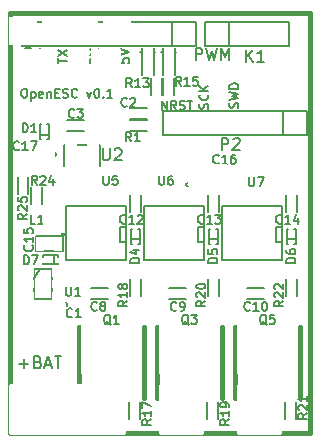
<source format=gto>
G04 (created by PCBNEW-RS274X (2012-01-19 BZR 3256)-stable) date 9/9/2012 2:54:20 PM*
G01*
G70*
G90*
%MOIN*%
G04 Gerber Fmt 3.4, Leading zero omitted, Abs format*
%FSLAX34Y34*%
G04 APERTURE LIST*
%ADD10C,0.001000*%
%ADD11C,0.007500*%
%ADD12C,0.008000*%
%ADD13C,0.015000*%
%ADD14C,0.007900*%
%ADD15C,0.005000*%
%ADD16R,0.052000X0.052000*%
%ADD17R,0.070000X0.070000*%
%ADD18R,0.040000X0.050000*%
%ADD19R,0.055000X0.075000*%
%ADD20R,0.075000X0.055000*%
%ADD21R,0.021700X0.017700*%
%ADD22R,0.017700X0.021700*%
%ADD23R,0.027000X0.047000*%
%ADD24R,0.022000X0.047000*%
%ADD25R,0.041400X0.029600*%
%ADD26R,0.033000X0.033000*%
%ADD27R,0.198900X0.163400*%
%ADD28R,0.021700X0.043300*%
%ADD29R,0.027000X0.022000*%
%ADD30R,0.022000X0.027000*%
%ADD31R,0.102700X0.083000*%
%ADD32R,0.094800X0.094800*%
%ADD33C,0.010000*%
G04 APERTURE END LIST*
G54D10*
G54D11*
X49073Y-44182D02*
X49073Y-43882D01*
X49245Y-44182D01*
X49245Y-43882D01*
X49559Y-44182D02*
X49459Y-44040D01*
X49387Y-44182D02*
X49387Y-43882D01*
X49502Y-43882D01*
X49530Y-43897D01*
X49545Y-43911D01*
X49559Y-43940D01*
X49559Y-43982D01*
X49545Y-44011D01*
X49530Y-44025D01*
X49502Y-44040D01*
X49387Y-44040D01*
X49673Y-44168D02*
X49716Y-44182D01*
X49787Y-44182D01*
X49816Y-44168D01*
X49830Y-44154D01*
X49845Y-44125D01*
X49845Y-44097D01*
X49830Y-44068D01*
X49816Y-44054D01*
X49787Y-44040D01*
X49730Y-44025D01*
X49702Y-44011D01*
X49687Y-43997D01*
X49673Y-43968D01*
X49673Y-43940D01*
X49687Y-43911D01*
X49702Y-43897D01*
X49730Y-43882D01*
X49802Y-43882D01*
X49845Y-43897D01*
X49931Y-43882D02*
X50102Y-43882D01*
X50016Y-44182D02*
X50016Y-43882D01*
X51623Y-44118D02*
X51637Y-44075D01*
X51637Y-44004D01*
X51623Y-43975D01*
X51609Y-43961D01*
X51580Y-43946D01*
X51552Y-43946D01*
X51523Y-43961D01*
X51509Y-43975D01*
X51495Y-44004D01*
X51480Y-44061D01*
X51466Y-44089D01*
X51452Y-44104D01*
X51423Y-44118D01*
X51395Y-44118D01*
X51366Y-44104D01*
X51352Y-44089D01*
X51337Y-44061D01*
X51337Y-43989D01*
X51352Y-43946D01*
X51337Y-43846D02*
X51637Y-43775D01*
X51423Y-43718D01*
X51637Y-43660D01*
X51337Y-43589D01*
X51637Y-43475D02*
X51337Y-43475D01*
X51337Y-43403D01*
X51352Y-43360D01*
X51380Y-43332D01*
X51409Y-43317D01*
X51466Y-43303D01*
X51509Y-43303D01*
X51566Y-43317D01*
X51595Y-43332D01*
X51623Y-43360D01*
X51637Y-43403D01*
X51637Y-43475D01*
X50623Y-44147D02*
X50637Y-44104D01*
X50637Y-44033D01*
X50623Y-44004D01*
X50609Y-43990D01*
X50580Y-43975D01*
X50552Y-43975D01*
X50523Y-43990D01*
X50509Y-44004D01*
X50495Y-44033D01*
X50480Y-44090D01*
X50466Y-44118D01*
X50452Y-44133D01*
X50423Y-44147D01*
X50395Y-44147D01*
X50366Y-44133D01*
X50352Y-44118D01*
X50337Y-44090D01*
X50337Y-44018D01*
X50352Y-43975D01*
X50609Y-43675D02*
X50623Y-43689D01*
X50637Y-43732D01*
X50637Y-43761D01*
X50623Y-43804D01*
X50595Y-43832D01*
X50566Y-43847D01*
X50509Y-43861D01*
X50466Y-43861D01*
X50409Y-43847D01*
X50380Y-43832D01*
X50352Y-43804D01*
X50337Y-43761D01*
X50337Y-43732D01*
X50352Y-43689D01*
X50366Y-43675D01*
X50637Y-43547D02*
X50337Y-43547D01*
X50637Y-43375D02*
X50466Y-43504D01*
X50337Y-43375D02*
X50509Y-43547D01*
X44474Y-43482D02*
X44531Y-43482D01*
X44559Y-43497D01*
X44588Y-43525D01*
X44602Y-43582D01*
X44602Y-43682D01*
X44588Y-43740D01*
X44559Y-43768D01*
X44531Y-43782D01*
X44474Y-43782D01*
X44445Y-43768D01*
X44416Y-43740D01*
X44402Y-43682D01*
X44402Y-43582D01*
X44416Y-43525D01*
X44445Y-43497D01*
X44474Y-43482D01*
X44730Y-43582D02*
X44730Y-43882D01*
X44730Y-43597D02*
X44759Y-43582D01*
X44816Y-43582D01*
X44845Y-43597D01*
X44859Y-43611D01*
X44873Y-43640D01*
X44873Y-43725D01*
X44859Y-43754D01*
X44845Y-43768D01*
X44816Y-43782D01*
X44759Y-43782D01*
X44730Y-43768D01*
X45116Y-43768D02*
X45087Y-43782D01*
X45030Y-43782D01*
X45001Y-43768D01*
X44987Y-43740D01*
X44987Y-43625D01*
X45001Y-43597D01*
X45030Y-43582D01*
X45087Y-43582D01*
X45116Y-43597D01*
X45130Y-43625D01*
X45130Y-43654D01*
X44987Y-43682D01*
X45258Y-43582D02*
X45258Y-43782D01*
X45258Y-43611D02*
X45273Y-43597D01*
X45301Y-43582D01*
X45344Y-43582D01*
X45373Y-43597D01*
X45387Y-43625D01*
X45387Y-43782D01*
X45529Y-43625D02*
X45629Y-43625D01*
X45672Y-43782D02*
X45529Y-43782D01*
X45529Y-43482D01*
X45672Y-43482D01*
X45786Y-43768D02*
X45829Y-43782D01*
X45900Y-43782D01*
X45929Y-43768D01*
X45943Y-43754D01*
X45958Y-43725D01*
X45958Y-43697D01*
X45943Y-43668D01*
X45929Y-43654D01*
X45900Y-43640D01*
X45843Y-43625D01*
X45815Y-43611D01*
X45800Y-43597D01*
X45786Y-43568D01*
X45786Y-43540D01*
X45800Y-43511D01*
X45815Y-43497D01*
X45843Y-43482D01*
X45915Y-43482D01*
X45958Y-43497D01*
X46258Y-43754D02*
X46244Y-43768D01*
X46201Y-43782D01*
X46172Y-43782D01*
X46129Y-43768D01*
X46101Y-43740D01*
X46086Y-43711D01*
X46072Y-43654D01*
X46072Y-43611D01*
X46086Y-43554D01*
X46101Y-43525D01*
X46129Y-43497D01*
X46172Y-43482D01*
X46201Y-43482D01*
X46244Y-43497D01*
X46258Y-43511D01*
X46587Y-43582D02*
X46658Y-43782D01*
X46730Y-43582D01*
X46902Y-43482D02*
X46930Y-43482D01*
X46959Y-43497D01*
X46973Y-43511D01*
X46987Y-43540D01*
X47002Y-43597D01*
X47002Y-43668D01*
X46987Y-43725D01*
X46973Y-43754D01*
X46959Y-43768D01*
X46930Y-43782D01*
X46902Y-43782D01*
X46873Y-43768D01*
X46859Y-43754D01*
X46844Y-43725D01*
X46830Y-43668D01*
X46830Y-43597D01*
X46844Y-43540D01*
X46859Y-43511D01*
X46873Y-43497D01*
X46902Y-43482D01*
X47130Y-43754D02*
X47145Y-43768D01*
X47130Y-43782D01*
X47116Y-43768D01*
X47130Y-43754D01*
X47130Y-43782D01*
X47431Y-43782D02*
X47259Y-43782D01*
X47345Y-43782D02*
X47345Y-43482D01*
X47316Y-43525D01*
X47288Y-43554D01*
X47259Y-43568D01*
X47687Y-42468D02*
X47687Y-42611D01*
X47830Y-42625D01*
X47816Y-42611D01*
X47802Y-42582D01*
X47802Y-42511D01*
X47816Y-42482D01*
X47830Y-42468D01*
X47859Y-42453D01*
X47930Y-42453D01*
X47959Y-42468D01*
X47973Y-42482D01*
X47987Y-42511D01*
X47987Y-42582D01*
X47973Y-42611D01*
X47959Y-42625D01*
X47687Y-42367D02*
X47987Y-42267D01*
X47687Y-42167D01*
X46987Y-42461D02*
X46845Y-42561D01*
X46987Y-42633D02*
X46687Y-42633D01*
X46687Y-42518D01*
X46702Y-42490D01*
X46716Y-42475D01*
X46745Y-42461D01*
X46787Y-42461D01*
X46816Y-42475D01*
X46830Y-42490D01*
X46845Y-42518D01*
X46845Y-42633D01*
X46687Y-42361D02*
X46987Y-42161D01*
X46687Y-42161D02*
X46987Y-42361D01*
X45637Y-42639D02*
X45637Y-42468D01*
X45937Y-42554D02*
X45637Y-42554D01*
X45637Y-42396D02*
X45937Y-42196D01*
X45637Y-42196D02*
X45937Y-42396D01*
G54D12*
X44324Y-52648D02*
X44629Y-52648D01*
X44477Y-52800D02*
X44477Y-52495D01*
X44953Y-52590D02*
X45010Y-52609D01*
X45029Y-52628D01*
X45048Y-52667D01*
X45048Y-52724D01*
X45029Y-52762D01*
X45010Y-52781D01*
X44972Y-52800D01*
X44819Y-52800D01*
X44819Y-52400D01*
X44953Y-52400D01*
X44991Y-52419D01*
X45010Y-52438D01*
X45029Y-52476D01*
X45029Y-52514D01*
X45010Y-52552D01*
X44991Y-52571D01*
X44953Y-52590D01*
X44819Y-52590D01*
X45200Y-52686D02*
X45391Y-52686D01*
X45162Y-52800D02*
X45295Y-52400D01*
X45429Y-52800D01*
X45505Y-52400D02*
X45734Y-52400D01*
X45619Y-52800D02*
X45619Y-52400D01*
X50204Y-42523D02*
X50204Y-42123D01*
X50357Y-42123D01*
X50395Y-42142D01*
X50414Y-42161D01*
X50433Y-42199D01*
X50433Y-42256D01*
X50414Y-42294D01*
X50395Y-42313D01*
X50357Y-42332D01*
X50204Y-42332D01*
X50566Y-42123D02*
X50661Y-42523D01*
X50738Y-42237D01*
X50814Y-42523D01*
X50909Y-42123D01*
X51061Y-42523D02*
X51061Y-42123D01*
X51195Y-42409D01*
X51328Y-42123D01*
X51328Y-42523D01*
G54D13*
X44016Y-40961D02*
X44016Y-54961D01*
X54016Y-40961D02*
X44016Y-40961D01*
X54016Y-54961D02*
X54016Y-40961D01*
X44016Y-54961D02*
X54016Y-54961D01*
G54D14*
X53116Y-45011D02*
X53116Y-44211D01*
X53916Y-45011D02*
X49116Y-45011D01*
X49116Y-45011D02*
X49116Y-44211D01*
X49116Y-44211D02*
X53916Y-44211D01*
X53916Y-44211D02*
X53916Y-45011D01*
X49416Y-42061D02*
X49416Y-41261D01*
X50216Y-42061D02*
X44416Y-42061D01*
X44416Y-42061D02*
X44416Y-41261D01*
X44416Y-41261D02*
X50216Y-41261D01*
X50216Y-41261D02*
X50216Y-42061D01*
X51316Y-41261D02*
X51316Y-42061D01*
X50616Y-41261D02*
X53316Y-41261D01*
X53316Y-41261D02*
X53316Y-42061D01*
X53316Y-42061D02*
X50516Y-42061D01*
X50516Y-42061D02*
X50516Y-41261D01*
X50516Y-41261D02*
X50616Y-41261D01*
G54D15*
X47016Y-45361D02*
X47016Y-46061D01*
X47016Y-46061D02*
X45816Y-46061D01*
X45816Y-46061D02*
X45816Y-45361D01*
X45816Y-45361D02*
X47016Y-45361D01*
X49996Y-46661D02*
X49995Y-46670D01*
X49992Y-46680D01*
X49987Y-46688D01*
X49981Y-46696D01*
X49973Y-46702D01*
X49965Y-46707D01*
X49956Y-46709D01*
X49946Y-46710D01*
X49937Y-46710D01*
X49928Y-46707D01*
X49919Y-46702D01*
X49912Y-46696D01*
X49905Y-46689D01*
X49901Y-46680D01*
X49898Y-46671D01*
X49897Y-46661D01*
X49897Y-46652D01*
X49900Y-46643D01*
X49904Y-46634D01*
X49911Y-46627D01*
X49918Y-46620D01*
X49926Y-46616D01*
X49936Y-46613D01*
X49945Y-46612D01*
X49954Y-46612D01*
X49964Y-46615D01*
X49972Y-46619D01*
X49980Y-46625D01*
X49986Y-46633D01*
X49991Y-46641D01*
X49994Y-46650D01*
X49995Y-46660D01*
X49996Y-46661D01*
X50396Y-46661D02*
X49996Y-46661D01*
X49996Y-46661D02*
X49996Y-46061D01*
X49996Y-46061D02*
X50396Y-46061D01*
X50796Y-46061D02*
X51196Y-46061D01*
X51196Y-46061D02*
X51196Y-46661D01*
X51196Y-46661D02*
X50796Y-46661D01*
X45566Y-45661D02*
X45565Y-45670D01*
X45562Y-45680D01*
X45557Y-45688D01*
X45551Y-45696D01*
X45543Y-45702D01*
X45535Y-45707D01*
X45526Y-45709D01*
X45516Y-45710D01*
X45507Y-45710D01*
X45498Y-45707D01*
X45489Y-45702D01*
X45482Y-45696D01*
X45475Y-45689D01*
X45471Y-45680D01*
X45468Y-45671D01*
X45467Y-45661D01*
X45467Y-45652D01*
X45470Y-45643D01*
X45474Y-45634D01*
X45481Y-45627D01*
X45488Y-45620D01*
X45496Y-45616D01*
X45506Y-45613D01*
X45515Y-45612D01*
X45524Y-45612D01*
X45534Y-45615D01*
X45542Y-45619D01*
X45550Y-45625D01*
X45556Y-45633D01*
X45561Y-45641D01*
X45564Y-45650D01*
X45565Y-45660D01*
X45566Y-45661D01*
X45066Y-45661D02*
X45466Y-45661D01*
X45466Y-45661D02*
X45466Y-46261D01*
X45466Y-46261D02*
X45066Y-46261D01*
X44666Y-46261D02*
X44266Y-46261D01*
X44266Y-46261D02*
X44266Y-45661D01*
X44266Y-45661D02*
X44666Y-45661D01*
X45846Y-48311D02*
X45845Y-48320D01*
X45842Y-48330D01*
X45837Y-48338D01*
X45831Y-48346D01*
X45823Y-48352D01*
X45815Y-48357D01*
X45806Y-48359D01*
X45796Y-48360D01*
X45787Y-48360D01*
X45778Y-48357D01*
X45769Y-48352D01*
X45762Y-48346D01*
X45755Y-48339D01*
X45751Y-48330D01*
X45748Y-48321D01*
X45747Y-48311D01*
X45747Y-48302D01*
X45750Y-48293D01*
X45754Y-48284D01*
X45761Y-48277D01*
X45768Y-48270D01*
X45776Y-48266D01*
X45786Y-48263D01*
X45795Y-48262D01*
X45804Y-48262D01*
X45814Y-48265D01*
X45822Y-48269D01*
X45830Y-48275D01*
X45836Y-48283D01*
X45841Y-48291D01*
X45844Y-48300D01*
X45845Y-48310D01*
X45846Y-48311D01*
X45796Y-47861D02*
X45796Y-48261D01*
X45796Y-48261D02*
X45196Y-48261D01*
X45196Y-48261D02*
X45196Y-47861D01*
X45196Y-47461D02*
X45196Y-47061D01*
X45196Y-47061D02*
X45796Y-47061D01*
X45796Y-47061D02*
X45796Y-47461D01*
X45936Y-50681D02*
X45935Y-50690D01*
X45932Y-50700D01*
X45927Y-50708D01*
X45921Y-50716D01*
X45913Y-50722D01*
X45905Y-50727D01*
X45896Y-50729D01*
X45886Y-50730D01*
X45877Y-50730D01*
X45868Y-50727D01*
X45859Y-50722D01*
X45852Y-50716D01*
X45845Y-50709D01*
X45841Y-50700D01*
X45838Y-50691D01*
X45837Y-50681D01*
X45837Y-50672D01*
X45840Y-50663D01*
X45844Y-50654D01*
X45851Y-50647D01*
X45858Y-50640D01*
X45866Y-50636D01*
X45876Y-50633D01*
X45885Y-50632D01*
X45894Y-50632D01*
X45904Y-50635D01*
X45912Y-50639D01*
X45920Y-50645D01*
X45926Y-50653D01*
X45931Y-50661D01*
X45934Y-50670D01*
X45935Y-50680D01*
X45936Y-50681D01*
X45436Y-50681D02*
X45836Y-50681D01*
X45836Y-50681D02*
X45836Y-51281D01*
X45836Y-51281D02*
X45436Y-51281D01*
X45036Y-51281D02*
X44636Y-51281D01*
X44636Y-51281D02*
X44636Y-50681D01*
X44636Y-50681D02*
X45036Y-50681D01*
G54D14*
X45474Y-49024D02*
X45474Y-49338D01*
X45632Y-49279D02*
X45632Y-49338D01*
X45632Y-49338D02*
X45120Y-49338D01*
X45120Y-49338D02*
X45120Y-49279D01*
X45120Y-49083D02*
X45120Y-49024D01*
X45120Y-49024D02*
X45632Y-49024D01*
X45632Y-49024D02*
X45632Y-49083D01*
X53557Y-48498D02*
X53243Y-48498D01*
X53302Y-48656D02*
X53243Y-48656D01*
X53243Y-48656D02*
X53243Y-48144D01*
X53243Y-48144D02*
X53302Y-48144D01*
X53498Y-48144D02*
X53557Y-48144D01*
X53557Y-48144D02*
X53557Y-48656D01*
X53557Y-48656D02*
X53498Y-48656D01*
X50957Y-48498D02*
X50643Y-48498D01*
X50702Y-48656D02*
X50643Y-48656D01*
X50643Y-48656D02*
X50643Y-48144D01*
X50643Y-48144D02*
X50702Y-48144D01*
X50898Y-48144D02*
X50957Y-48144D01*
X50957Y-48144D02*
X50957Y-48656D01*
X50957Y-48656D02*
X50898Y-48656D01*
X48357Y-48498D02*
X48043Y-48498D01*
X48102Y-48656D02*
X48043Y-48656D01*
X48043Y-48656D02*
X48043Y-48144D01*
X48043Y-48144D02*
X48102Y-48144D01*
X48298Y-48144D02*
X48357Y-48144D01*
X48357Y-48144D02*
X48357Y-48656D01*
X48357Y-48656D02*
X48298Y-48656D01*
X45323Y-45009D02*
X45009Y-45009D01*
X45068Y-45167D02*
X45009Y-45167D01*
X45009Y-45167D02*
X45009Y-44655D01*
X45009Y-44655D02*
X45068Y-44655D01*
X45264Y-44655D02*
X45323Y-44655D01*
X45323Y-44655D02*
X45323Y-45167D01*
X45323Y-45167D02*
X45264Y-45167D01*
G54D15*
X44886Y-48391D02*
X45786Y-48391D01*
X45786Y-48391D02*
X45786Y-48891D01*
X45786Y-48891D02*
X44886Y-48891D01*
X44886Y-48891D02*
X44886Y-48391D01*
X47900Y-49200D02*
X45900Y-49200D01*
X45900Y-49200D02*
X45900Y-47400D01*
X45900Y-47400D02*
X47900Y-47400D01*
X47900Y-47400D02*
X47900Y-49200D01*
X47900Y-48600D02*
X47700Y-48600D01*
X47700Y-48600D02*
X47700Y-48100D01*
X47700Y-48100D02*
X47900Y-48100D01*
X50500Y-49200D02*
X48500Y-49200D01*
X48500Y-49200D02*
X48500Y-47400D01*
X48500Y-47400D02*
X50500Y-47400D01*
X50500Y-47400D02*
X50500Y-49200D01*
X50500Y-48600D02*
X50300Y-48600D01*
X50300Y-48600D02*
X50300Y-48100D01*
X50300Y-48100D02*
X50500Y-48100D01*
X53100Y-49200D02*
X51100Y-49200D01*
X51100Y-49200D02*
X51100Y-47400D01*
X51100Y-47400D02*
X53100Y-47400D01*
X53100Y-47400D02*
X53100Y-49200D01*
X53100Y-48600D02*
X52900Y-48600D01*
X52900Y-48600D02*
X52900Y-48100D01*
X52900Y-48100D02*
X53100Y-48100D01*
X44816Y-49801D02*
X45016Y-49501D01*
X44816Y-50501D02*
X44816Y-49476D01*
X44816Y-49476D02*
X45416Y-49476D01*
X45416Y-49476D02*
X45416Y-50501D01*
X45416Y-50501D02*
X44816Y-50501D01*
G54D11*
X49516Y-42261D02*
X49566Y-42261D01*
X49116Y-42261D02*
X49066Y-42261D01*
X49116Y-42111D02*
X49116Y-43011D01*
X49516Y-43011D02*
X49516Y-42111D01*
X48816Y-42261D02*
X48866Y-42261D01*
X48416Y-42261D02*
X48366Y-42261D01*
X48416Y-42111D02*
X48416Y-43011D01*
X48816Y-43011D02*
X48816Y-42111D01*
G54D13*
X48483Y-51413D02*
X48483Y-53775D01*
X46317Y-51413D02*
X46317Y-53775D01*
X51083Y-51413D02*
X51083Y-53775D01*
X48917Y-51413D02*
X48917Y-53775D01*
X53683Y-51413D02*
X53683Y-53775D01*
X51517Y-51413D02*
X51517Y-53775D01*
G54D11*
X50980Y-47580D02*
X50980Y-47020D01*
X50620Y-47580D02*
X50620Y-47020D01*
X44636Y-46981D02*
X44636Y-46421D01*
X44276Y-46981D02*
X44276Y-46421D01*
X45076Y-47321D02*
X45076Y-46761D01*
X44716Y-47321D02*
X44716Y-46761D01*
X48036Y-44491D02*
X48596Y-44491D01*
X48036Y-44131D02*
X48596Y-44131D01*
X49136Y-43131D02*
X49136Y-43691D01*
X49496Y-43131D02*
X49496Y-43691D01*
X48736Y-43131D02*
X48736Y-43691D01*
X49096Y-43131D02*
X49096Y-43691D01*
X48036Y-44891D02*
X48596Y-44891D01*
X48036Y-44531D02*
X48596Y-44531D01*
X53580Y-47580D02*
X53580Y-47020D01*
X53220Y-47580D02*
X53220Y-47020D01*
X48380Y-47580D02*
X48380Y-47020D01*
X48020Y-47580D02*
X48020Y-47020D01*
X53580Y-50380D02*
X53580Y-49820D01*
X53220Y-50380D02*
X53220Y-49820D01*
X53186Y-53931D02*
X53186Y-54491D01*
X53546Y-53931D02*
X53546Y-54491D01*
X50980Y-50380D02*
X50980Y-49820D01*
X50620Y-50380D02*
X50620Y-49820D01*
X50586Y-53931D02*
X50586Y-54491D01*
X50946Y-53931D02*
X50946Y-54491D01*
X48380Y-50380D02*
X48380Y-49820D01*
X48020Y-50380D02*
X48020Y-49820D01*
X47986Y-53931D02*
X47986Y-54491D01*
X48346Y-53931D02*
X48346Y-54491D01*
X45936Y-44891D02*
X46496Y-44891D01*
X45936Y-44531D02*
X46496Y-44531D01*
X47280Y-50120D02*
X46720Y-50120D01*
X47280Y-50480D02*
X46720Y-50480D01*
X49880Y-50120D02*
X49320Y-50120D01*
X49880Y-50480D02*
X49320Y-50480D01*
X52480Y-50120D02*
X51920Y-50120D01*
X52480Y-50480D02*
X51920Y-50480D01*
G54D12*
X51071Y-45523D02*
X51071Y-45123D01*
X51224Y-45123D01*
X51262Y-45142D01*
X51281Y-45161D01*
X51300Y-45199D01*
X51300Y-45256D01*
X51281Y-45294D01*
X51262Y-45313D01*
X51224Y-45332D01*
X51071Y-45332D01*
X51452Y-45161D02*
X51471Y-45142D01*
X51509Y-45123D01*
X51605Y-45123D01*
X51643Y-45142D01*
X51662Y-45161D01*
X51681Y-45199D01*
X51681Y-45237D01*
X51662Y-45294D01*
X51433Y-45523D01*
X51681Y-45523D01*
X44521Y-42523D02*
X44521Y-42123D01*
X44674Y-42123D01*
X44712Y-42142D01*
X44731Y-42161D01*
X44750Y-42199D01*
X44750Y-42256D01*
X44731Y-42294D01*
X44712Y-42313D01*
X44674Y-42332D01*
X44521Y-42332D01*
X45131Y-42523D02*
X44902Y-42523D01*
X45016Y-42523D02*
X45016Y-42123D01*
X44978Y-42180D01*
X44940Y-42218D01*
X44902Y-42237D01*
X51887Y-42586D02*
X51887Y-42186D01*
X52116Y-42586D02*
X51944Y-42357D01*
X52116Y-42186D02*
X51887Y-42414D01*
X52497Y-42586D02*
X52268Y-42586D01*
X52382Y-42586D02*
X52382Y-42186D01*
X52344Y-42243D01*
X52306Y-42281D01*
X52268Y-42300D01*
X47111Y-45473D02*
X47111Y-45797D01*
X47130Y-45835D01*
X47149Y-45854D01*
X47187Y-45873D01*
X47264Y-45873D01*
X47302Y-45854D01*
X47321Y-45835D01*
X47340Y-45797D01*
X47340Y-45473D01*
X47511Y-45511D02*
X47530Y-45492D01*
X47568Y-45473D01*
X47664Y-45473D01*
X47702Y-45492D01*
X47721Y-45511D01*
X47740Y-45549D01*
X47740Y-45587D01*
X47721Y-45644D01*
X47492Y-45873D01*
X47740Y-45873D01*
G54D11*
X50973Y-45954D02*
X50959Y-45968D01*
X50916Y-45982D01*
X50887Y-45982D01*
X50844Y-45968D01*
X50816Y-45940D01*
X50801Y-45911D01*
X50787Y-45854D01*
X50787Y-45811D01*
X50801Y-45754D01*
X50816Y-45725D01*
X50844Y-45697D01*
X50887Y-45682D01*
X50916Y-45682D01*
X50959Y-45697D01*
X50973Y-45711D01*
X51259Y-45982D02*
X51087Y-45982D01*
X51173Y-45982D02*
X51173Y-45682D01*
X51144Y-45725D01*
X51116Y-45754D01*
X51087Y-45768D01*
X51516Y-45682D02*
X51459Y-45682D01*
X51430Y-45697D01*
X51416Y-45711D01*
X51387Y-45754D01*
X51373Y-45811D01*
X51373Y-45925D01*
X51387Y-45954D01*
X51402Y-45968D01*
X51430Y-45982D01*
X51487Y-45982D01*
X51516Y-45968D01*
X51530Y-45954D01*
X51545Y-45925D01*
X51545Y-45854D01*
X51530Y-45825D01*
X51516Y-45811D01*
X51487Y-45797D01*
X51430Y-45797D01*
X51402Y-45811D01*
X51387Y-45825D01*
X51373Y-45854D01*
X44323Y-45504D02*
X44309Y-45518D01*
X44266Y-45532D01*
X44237Y-45532D01*
X44194Y-45518D01*
X44166Y-45490D01*
X44151Y-45461D01*
X44137Y-45404D01*
X44137Y-45361D01*
X44151Y-45304D01*
X44166Y-45275D01*
X44194Y-45247D01*
X44237Y-45232D01*
X44266Y-45232D01*
X44309Y-45247D01*
X44323Y-45261D01*
X44609Y-45532D02*
X44437Y-45532D01*
X44523Y-45532D02*
X44523Y-45232D01*
X44494Y-45275D01*
X44466Y-45304D01*
X44437Y-45318D01*
X44709Y-45232D02*
X44909Y-45232D01*
X44780Y-45532D01*
X44866Y-47982D02*
X44723Y-47982D01*
X44723Y-47682D01*
X45124Y-47982D02*
X44952Y-47982D01*
X45038Y-47982D02*
X45038Y-47682D01*
X45009Y-47725D01*
X44981Y-47754D01*
X44952Y-47768D01*
X46092Y-51074D02*
X46078Y-51088D01*
X46035Y-51102D01*
X46006Y-51102D01*
X45963Y-51088D01*
X45935Y-51060D01*
X45920Y-51031D01*
X45906Y-50974D01*
X45906Y-50931D01*
X45920Y-50874D01*
X45935Y-50845D01*
X45963Y-50817D01*
X46006Y-50802D01*
X46035Y-50802D01*
X46078Y-50817D01*
X46092Y-50831D01*
X46378Y-51102D02*
X46206Y-51102D01*
X46292Y-51102D02*
X46292Y-50802D01*
X46263Y-50845D01*
X46235Y-50874D01*
X46206Y-50888D01*
X44494Y-49332D02*
X44494Y-49032D01*
X44566Y-49032D01*
X44609Y-49047D01*
X44637Y-49075D01*
X44652Y-49104D01*
X44666Y-49161D01*
X44666Y-49204D01*
X44652Y-49261D01*
X44637Y-49290D01*
X44609Y-49318D01*
X44566Y-49332D01*
X44494Y-49332D01*
X44766Y-49032D02*
X44966Y-49032D01*
X44837Y-49332D01*
X53537Y-49283D02*
X53237Y-49283D01*
X53237Y-49211D01*
X53252Y-49168D01*
X53280Y-49140D01*
X53309Y-49125D01*
X53366Y-49111D01*
X53409Y-49111D01*
X53466Y-49125D01*
X53495Y-49140D01*
X53523Y-49168D01*
X53537Y-49211D01*
X53537Y-49283D01*
X53237Y-48854D02*
X53237Y-48911D01*
X53252Y-48940D01*
X53266Y-48954D01*
X53309Y-48983D01*
X53366Y-48997D01*
X53480Y-48997D01*
X53509Y-48983D01*
X53523Y-48968D01*
X53537Y-48940D01*
X53537Y-48883D01*
X53523Y-48854D01*
X53509Y-48840D01*
X53480Y-48825D01*
X53409Y-48825D01*
X53380Y-48840D01*
X53366Y-48854D01*
X53352Y-48883D01*
X53352Y-48940D01*
X53366Y-48968D01*
X53380Y-48983D01*
X53409Y-48997D01*
X50937Y-49283D02*
X50637Y-49283D01*
X50637Y-49211D01*
X50652Y-49168D01*
X50680Y-49140D01*
X50709Y-49125D01*
X50766Y-49111D01*
X50809Y-49111D01*
X50866Y-49125D01*
X50895Y-49140D01*
X50923Y-49168D01*
X50937Y-49211D01*
X50937Y-49283D01*
X50637Y-48840D02*
X50637Y-48983D01*
X50780Y-48997D01*
X50766Y-48983D01*
X50752Y-48954D01*
X50752Y-48883D01*
X50766Y-48854D01*
X50780Y-48840D01*
X50809Y-48825D01*
X50880Y-48825D01*
X50909Y-48840D01*
X50923Y-48854D01*
X50937Y-48883D01*
X50937Y-48954D01*
X50923Y-48983D01*
X50909Y-48997D01*
X48337Y-49283D02*
X48037Y-49283D01*
X48037Y-49211D01*
X48052Y-49168D01*
X48080Y-49140D01*
X48109Y-49125D01*
X48166Y-49111D01*
X48209Y-49111D01*
X48266Y-49125D01*
X48295Y-49140D01*
X48323Y-49168D01*
X48337Y-49211D01*
X48337Y-49283D01*
X48137Y-48854D02*
X48337Y-48854D01*
X48023Y-48925D02*
X48237Y-48997D01*
X48237Y-48811D01*
X44444Y-44932D02*
X44444Y-44632D01*
X44516Y-44632D01*
X44559Y-44647D01*
X44587Y-44675D01*
X44602Y-44704D01*
X44616Y-44761D01*
X44616Y-44804D01*
X44602Y-44861D01*
X44587Y-44890D01*
X44559Y-44918D01*
X44516Y-44932D01*
X44444Y-44932D01*
X44902Y-44932D02*
X44730Y-44932D01*
X44816Y-44932D02*
X44816Y-44632D01*
X44787Y-44675D01*
X44759Y-44704D01*
X44730Y-44718D01*
X44759Y-48704D02*
X44773Y-48718D01*
X44787Y-48761D01*
X44787Y-48790D01*
X44773Y-48833D01*
X44745Y-48861D01*
X44716Y-48876D01*
X44659Y-48890D01*
X44616Y-48890D01*
X44559Y-48876D01*
X44530Y-48861D01*
X44502Y-48833D01*
X44487Y-48790D01*
X44487Y-48761D01*
X44502Y-48718D01*
X44516Y-48704D01*
X44787Y-48418D02*
X44787Y-48590D01*
X44787Y-48504D02*
X44487Y-48504D01*
X44530Y-48533D01*
X44559Y-48561D01*
X44573Y-48590D01*
X44487Y-48147D02*
X44487Y-48290D01*
X44630Y-48304D01*
X44616Y-48290D01*
X44602Y-48261D01*
X44602Y-48190D01*
X44616Y-48161D01*
X44630Y-48147D01*
X44659Y-48132D01*
X44730Y-48132D01*
X44759Y-48147D01*
X44773Y-48161D01*
X44787Y-48190D01*
X44787Y-48261D01*
X44773Y-48290D01*
X44759Y-48304D01*
X47137Y-46382D02*
X47137Y-46625D01*
X47152Y-46654D01*
X47166Y-46668D01*
X47195Y-46682D01*
X47252Y-46682D01*
X47280Y-46668D01*
X47295Y-46654D01*
X47309Y-46625D01*
X47309Y-46382D01*
X47594Y-46382D02*
X47451Y-46382D01*
X47437Y-46525D01*
X47451Y-46511D01*
X47480Y-46497D01*
X47551Y-46497D01*
X47580Y-46511D01*
X47594Y-46525D01*
X47609Y-46554D01*
X47609Y-46625D01*
X47594Y-46654D01*
X47580Y-46668D01*
X47551Y-46682D01*
X47480Y-46682D01*
X47451Y-46668D01*
X47437Y-46654D01*
X48987Y-46382D02*
X48987Y-46625D01*
X49002Y-46654D01*
X49016Y-46668D01*
X49045Y-46682D01*
X49102Y-46682D01*
X49130Y-46668D01*
X49145Y-46654D01*
X49159Y-46625D01*
X49159Y-46382D01*
X49430Y-46382D02*
X49373Y-46382D01*
X49344Y-46397D01*
X49330Y-46411D01*
X49301Y-46454D01*
X49287Y-46511D01*
X49287Y-46625D01*
X49301Y-46654D01*
X49316Y-46668D01*
X49344Y-46682D01*
X49401Y-46682D01*
X49430Y-46668D01*
X49444Y-46654D01*
X49459Y-46625D01*
X49459Y-46554D01*
X49444Y-46525D01*
X49430Y-46511D01*
X49401Y-46497D01*
X49344Y-46497D01*
X49316Y-46511D01*
X49301Y-46525D01*
X49287Y-46554D01*
X51987Y-46432D02*
X51987Y-46675D01*
X52002Y-46704D01*
X52016Y-46718D01*
X52045Y-46732D01*
X52102Y-46732D01*
X52130Y-46718D01*
X52145Y-46704D01*
X52159Y-46675D01*
X52159Y-46432D01*
X52273Y-46432D02*
X52473Y-46432D01*
X52344Y-46732D01*
X45887Y-50082D02*
X45887Y-50325D01*
X45902Y-50354D01*
X45916Y-50368D01*
X45945Y-50382D01*
X46002Y-50382D01*
X46030Y-50368D01*
X46045Y-50354D01*
X46059Y-50325D01*
X46059Y-50082D01*
X46359Y-50382D02*
X46187Y-50382D01*
X46273Y-50382D02*
X46273Y-50082D01*
X46244Y-50125D01*
X46216Y-50154D01*
X46187Y-50168D01*
X47371Y-51350D02*
X47343Y-51336D01*
X47314Y-51307D01*
X47271Y-51264D01*
X47243Y-51250D01*
X47214Y-51250D01*
X47229Y-51321D02*
X47200Y-51307D01*
X47171Y-51279D01*
X47157Y-51221D01*
X47157Y-51121D01*
X47171Y-51064D01*
X47200Y-51036D01*
X47229Y-51021D01*
X47286Y-51021D01*
X47314Y-51036D01*
X47343Y-51064D01*
X47357Y-51121D01*
X47357Y-51221D01*
X47343Y-51279D01*
X47314Y-51307D01*
X47286Y-51321D01*
X47229Y-51321D01*
X47643Y-51321D02*
X47471Y-51321D01*
X47557Y-51321D02*
X47557Y-51021D01*
X47528Y-51064D01*
X47500Y-51093D01*
X47471Y-51107D01*
X49971Y-51350D02*
X49943Y-51336D01*
X49914Y-51307D01*
X49871Y-51264D01*
X49843Y-51250D01*
X49814Y-51250D01*
X49829Y-51321D02*
X49800Y-51307D01*
X49771Y-51279D01*
X49757Y-51221D01*
X49757Y-51121D01*
X49771Y-51064D01*
X49800Y-51036D01*
X49829Y-51021D01*
X49886Y-51021D01*
X49914Y-51036D01*
X49943Y-51064D01*
X49957Y-51121D01*
X49957Y-51221D01*
X49943Y-51279D01*
X49914Y-51307D01*
X49886Y-51321D01*
X49829Y-51321D01*
X50057Y-51021D02*
X50243Y-51021D01*
X50143Y-51136D01*
X50185Y-51136D01*
X50214Y-51150D01*
X50228Y-51164D01*
X50243Y-51193D01*
X50243Y-51264D01*
X50228Y-51293D01*
X50214Y-51307D01*
X50185Y-51321D01*
X50100Y-51321D01*
X50071Y-51307D01*
X50057Y-51293D01*
X52571Y-51350D02*
X52543Y-51336D01*
X52514Y-51307D01*
X52471Y-51264D01*
X52443Y-51250D01*
X52414Y-51250D01*
X52429Y-51321D02*
X52400Y-51307D01*
X52371Y-51279D01*
X52357Y-51221D01*
X52357Y-51121D01*
X52371Y-51064D01*
X52400Y-51036D01*
X52429Y-51021D01*
X52486Y-51021D01*
X52514Y-51036D01*
X52543Y-51064D01*
X52557Y-51121D01*
X52557Y-51221D01*
X52543Y-51279D01*
X52514Y-51307D01*
X52486Y-51321D01*
X52429Y-51321D01*
X52828Y-51021D02*
X52685Y-51021D01*
X52671Y-51164D01*
X52685Y-51150D01*
X52714Y-51136D01*
X52785Y-51136D01*
X52814Y-51150D01*
X52828Y-51164D01*
X52843Y-51193D01*
X52843Y-51264D01*
X52828Y-51293D01*
X52814Y-51307D01*
X52785Y-51321D01*
X52714Y-51321D01*
X52685Y-51307D01*
X52671Y-51293D01*
X50473Y-47954D02*
X50459Y-47968D01*
X50416Y-47982D01*
X50387Y-47982D01*
X50344Y-47968D01*
X50316Y-47940D01*
X50301Y-47911D01*
X50287Y-47854D01*
X50287Y-47811D01*
X50301Y-47754D01*
X50316Y-47725D01*
X50344Y-47697D01*
X50387Y-47682D01*
X50416Y-47682D01*
X50459Y-47697D01*
X50473Y-47711D01*
X50759Y-47982D02*
X50587Y-47982D01*
X50673Y-47982D02*
X50673Y-47682D01*
X50644Y-47725D01*
X50616Y-47754D01*
X50587Y-47768D01*
X50859Y-47682D02*
X51045Y-47682D01*
X50945Y-47797D01*
X50987Y-47797D01*
X51016Y-47811D01*
X51030Y-47825D01*
X51045Y-47854D01*
X51045Y-47925D01*
X51030Y-47954D01*
X51016Y-47968D01*
X50987Y-47982D01*
X50902Y-47982D01*
X50873Y-47968D01*
X50859Y-47954D01*
X44587Y-47654D02*
X44445Y-47754D01*
X44587Y-47826D02*
X44287Y-47826D01*
X44287Y-47711D01*
X44302Y-47683D01*
X44316Y-47668D01*
X44345Y-47654D01*
X44387Y-47654D01*
X44416Y-47668D01*
X44430Y-47683D01*
X44445Y-47711D01*
X44445Y-47826D01*
X44316Y-47540D02*
X44302Y-47526D01*
X44287Y-47497D01*
X44287Y-47426D01*
X44302Y-47397D01*
X44316Y-47383D01*
X44345Y-47368D01*
X44373Y-47368D01*
X44416Y-47383D01*
X44587Y-47554D01*
X44587Y-47368D01*
X44287Y-47097D02*
X44287Y-47240D01*
X44430Y-47254D01*
X44416Y-47240D01*
X44402Y-47211D01*
X44402Y-47140D01*
X44416Y-47111D01*
X44430Y-47097D01*
X44459Y-47082D01*
X44530Y-47082D01*
X44559Y-47097D01*
X44573Y-47111D01*
X44587Y-47140D01*
X44587Y-47211D01*
X44573Y-47240D01*
X44559Y-47254D01*
X44923Y-46682D02*
X44823Y-46540D01*
X44751Y-46682D02*
X44751Y-46382D01*
X44866Y-46382D01*
X44894Y-46397D01*
X44909Y-46411D01*
X44923Y-46440D01*
X44923Y-46482D01*
X44909Y-46511D01*
X44894Y-46525D01*
X44866Y-46540D01*
X44751Y-46540D01*
X45037Y-46411D02*
X45051Y-46397D01*
X45080Y-46382D01*
X45151Y-46382D01*
X45180Y-46397D01*
X45194Y-46411D01*
X45209Y-46440D01*
X45209Y-46468D01*
X45194Y-46511D01*
X45023Y-46682D01*
X45209Y-46682D01*
X45466Y-46482D02*
X45466Y-46682D01*
X45395Y-46368D02*
X45323Y-46582D01*
X45509Y-46582D01*
X47916Y-44054D02*
X47902Y-44068D01*
X47859Y-44082D01*
X47830Y-44082D01*
X47787Y-44068D01*
X47759Y-44040D01*
X47744Y-44011D01*
X47730Y-43954D01*
X47730Y-43911D01*
X47744Y-43854D01*
X47759Y-43825D01*
X47787Y-43797D01*
X47830Y-43782D01*
X47859Y-43782D01*
X47902Y-43797D01*
X47916Y-43811D01*
X48030Y-43811D02*
X48044Y-43797D01*
X48073Y-43782D01*
X48144Y-43782D01*
X48173Y-43797D01*
X48187Y-43811D01*
X48202Y-43840D01*
X48202Y-43868D01*
X48187Y-43911D01*
X48016Y-44082D01*
X48202Y-44082D01*
X49723Y-43382D02*
X49623Y-43240D01*
X49551Y-43382D02*
X49551Y-43082D01*
X49666Y-43082D01*
X49694Y-43097D01*
X49709Y-43111D01*
X49723Y-43140D01*
X49723Y-43182D01*
X49709Y-43211D01*
X49694Y-43225D01*
X49666Y-43240D01*
X49551Y-43240D01*
X50009Y-43382D02*
X49837Y-43382D01*
X49923Y-43382D02*
X49923Y-43082D01*
X49894Y-43125D01*
X49866Y-43154D01*
X49837Y-43168D01*
X50280Y-43082D02*
X50137Y-43082D01*
X50123Y-43225D01*
X50137Y-43211D01*
X50166Y-43197D01*
X50237Y-43197D01*
X50266Y-43211D01*
X50280Y-43225D01*
X50295Y-43254D01*
X50295Y-43325D01*
X50280Y-43354D01*
X50266Y-43368D01*
X50237Y-43382D01*
X50166Y-43382D01*
X50137Y-43368D01*
X50123Y-43354D01*
X48073Y-43432D02*
X47973Y-43290D01*
X47901Y-43432D02*
X47901Y-43132D01*
X48016Y-43132D01*
X48044Y-43147D01*
X48059Y-43161D01*
X48073Y-43190D01*
X48073Y-43232D01*
X48059Y-43261D01*
X48044Y-43275D01*
X48016Y-43290D01*
X47901Y-43290D01*
X48359Y-43432D02*
X48187Y-43432D01*
X48273Y-43432D02*
X48273Y-43132D01*
X48244Y-43175D01*
X48216Y-43204D01*
X48187Y-43218D01*
X48459Y-43132D02*
X48645Y-43132D01*
X48545Y-43247D01*
X48587Y-43247D01*
X48616Y-43261D01*
X48630Y-43275D01*
X48645Y-43304D01*
X48645Y-43375D01*
X48630Y-43404D01*
X48616Y-43418D01*
X48587Y-43432D01*
X48502Y-43432D01*
X48473Y-43418D01*
X48459Y-43404D01*
X48066Y-45232D02*
X47966Y-45090D01*
X47894Y-45232D02*
X47894Y-44932D01*
X48009Y-44932D01*
X48037Y-44947D01*
X48052Y-44961D01*
X48066Y-44990D01*
X48066Y-45032D01*
X48052Y-45061D01*
X48037Y-45075D01*
X48009Y-45090D01*
X47894Y-45090D01*
X48352Y-45232D02*
X48180Y-45232D01*
X48266Y-45232D02*
X48266Y-44932D01*
X48237Y-44975D01*
X48209Y-45004D01*
X48180Y-45018D01*
X53073Y-47954D02*
X53059Y-47968D01*
X53016Y-47982D01*
X52987Y-47982D01*
X52944Y-47968D01*
X52916Y-47940D01*
X52901Y-47911D01*
X52887Y-47854D01*
X52887Y-47811D01*
X52901Y-47754D01*
X52916Y-47725D01*
X52944Y-47697D01*
X52987Y-47682D01*
X53016Y-47682D01*
X53059Y-47697D01*
X53073Y-47711D01*
X53359Y-47982D02*
X53187Y-47982D01*
X53273Y-47982D02*
X53273Y-47682D01*
X53244Y-47725D01*
X53216Y-47754D01*
X53187Y-47768D01*
X53616Y-47782D02*
X53616Y-47982D01*
X53545Y-47668D02*
X53473Y-47882D01*
X53659Y-47882D01*
X47873Y-47954D02*
X47859Y-47968D01*
X47816Y-47982D01*
X47787Y-47982D01*
X47744Y-47968D01*
X47716Y-47940D01*
X47701Y-47911D01*
X47687Y-47854D01*
X47687Y-47811D01*
X47701Y-47754D01*
X47716Y-47725D01*
X47744Y-47697D01*
X47787Y-47682D01*
X47816Y-47682D01*
X47859Y-47697D01*
X47873Y-47711D01*
X48159Y-47982D02*
X47987Y-47982D01*
X48073Y-47982D02*
X48073Y-47682D01*
X48044Y-47725D01*
X48016Y-47754D01*
X47987Y-47768D01*
X48273Y-47711D02*
X48287Y-47697D01*
X48316Y-47682D01*
X48387Y-47682D01*
X48416Y-47697D01*
X48430Y-47711D01*
X48445Y-47740D01*
X48445Y-47768D01*
X48430Y-47811D01*
X48259Y-47982D01*
X48445Y-47982D01*
X53137Y-50554D02*
X52995Y-50654D01*
X53137Y-50726D02*
X52837Y-50726D01*
X52837Y-50611D01*
X52852Y-50583D01*
X52866Y-50568D01*
X52895Y-50554D01*
X52937Y-50554D01*
X52966Y-50568D01*
X52980Y-50583D01*
X52995Y-50611D01*
X52995Y-50726D01*
X52866Y-50440D02*
X52852Y-50426D01*
X52837Y-50397D01*
X52837Y-50326D01*
X52852Y-50297D01*
X52866Y-50283D01*
X52895Y-50268D01*
X52923Y-50268D01*
X52966Y-50283D01*
X53137Y-50454D01*
X53137Y-50268D01*
X52866Y-50154D02*
X52852Y-50140D01*
X52837Y-50111D01*
X52837Y-50040D01*
X52852Y-50011D01*
X52866Y-49997D01*
X52895Y-49982D01*
X52923Y-49982D01*
X52966Y-49997D01*
X53137Y-50168D01*
X53137Y-49982D01*
X53937Y-54304D02*
X53795Y-54404D01*
X53937Y-54476D02*
X53637Y-54476D01*
X53637Y-54361D01*
X53652Y-54333D01*
X53666Y-54318D01*
X53695Y-54304D01*
X53737Y-54304D01*
X53766Y-54318D01*
X53780Y-54333D01*
X53795Y-54361D01*
X53795Y-54476D01*
X53666Y-54190D02*
X53652Y-54176D01*
X53637Y-54147D01*
X53637Y-54076D01*
X53652Y-54047D01*
X53666Y-54033D01*
X53695Y-54018D01*
X53723Y-54018D01*
X53766Y-54033D01*
X53937Y-54204D01*
X53937Y-54018D01*
X53937Y-53732D02*
X53937Y-53904D01*
X53937Y-53818D02*
X53637Y-53818D01*
X53680Y-53847D01*
X53709Y-53875D01*
X53723Y-53904D01*
X50537Y-50554D02*
X50395Y-50654D01*
X50537Y-50726D02*
X50237Y-50726D01*
X50237Y-50611D01*
X50252Y-50583D01*
X50266Y-50568D01*
X50295Y-50554D01*
X50337Y-50554D01*
X50366Y-50568D01*
X50380Y-50583D01*
X50395Y-50611D01*
X50395Y-50726D01*
X50266Y-50440D02*
X50252Y-50426D01*
X50237Y-50397D01*
X50237Y-50326D01*
X50252Y-50297D01*
X50266Y-50283D01*
X50295Y-50268D01*
X50323Y-50268D01*
X50366Y-50283D01*
X50537Y-50454D01*
X50537Y-50268D01*
X50237Y-50082D02*
X50237Y-50054D01*
X50252Y-50025D01*
X50266Y-50011D01*
X50295Y-49997D01*
X50352Y-49982D01*
X50423Y-49982D01*
X50480Y-49997D01*
X50509Y-50011D01*
X50523Y-50025D01*
X50537Y-50054D01*
X50537Y-50082D01*
X50523Y-50111D01*
X50509Y-50125D01*
X50480Y-50140D01*
X50423Y-50154D01*
X50352Y-50154D01*
X50295Y-50140D01*
X50266Y-50125D01*
X50252Y-50111D01*
X50237Y-50082D01*
X51337Y-54504D02*
X51195Y-54604D01*
X51337Y-54676D02*
X51037Y-54676D01*
X51037Y-54561D01*
X51052Y-54533D01*
X51066Y-54518D01*
X51095Y-54504D01*
X51137Y-54504D01*
X51166Y-54518D01*
X51180Y-54533D01*
X51195Y-54561D01*
X51195Y-54676D01*
X51337Y-54218D02*
X51337Y-54390D01*
X51337Y-54304D02*
X51037Y-54304D01*
X51080Y-54333D01*
X51109Y-54361D01*
X51123Y-54390D01*
X51337Y-54075D02*
X51337Y-54018D01*
X51323Y-53990D01*
X51309Y-53975D01*
X51266Y-53947D01*
X51209Y-53932D01*
X51095Y-53932D01*
X51066Y-53947D01*
X51052Y-53961D01*
X51037Y-53990D01*
X51037Y-54047D01*
X51052Y-54075D01*
X51066Y-54090D01*
X51095Y-54104D01*
X51166Y-54104D01*
X51195Y-54090D01*
X51209Y-54075D01*
X51223Y-54047D01*
X51223Y-53990D01*
X51209Y-53961D01*
X51195Y-53947D01*
X51166Y-53932D01*
X47937Y-50554D02*
X47795Y-50654D01*
X47937Y-50726D02*
X47637Y-50726D01*
X47637Y-50611D01*
X47652Y-50583D01*
X47666Y-50568D01*
X47695Y-50554D01*
X47737Y-50554D01*
X47766Y-50568D01*
X47780Y-50583D01*
X47795Y-50611D01*
X47795Y-50726D01*
X47937Y-50268D02*
X47937Y-50440D01*
X47937Y-50354D02*
X47637Y-50354D01*
X47680Y-50383D01*
X47709Y-50411D01*
X47723Y-50440D01*
X47766Y-50097D02*
X47752Y-50125D01*
X47737Y-50140D01*
X47709Y-50154D01*
X47695Y-50154D01*
X47666Y-50140D01*
X47652Y-50125D01*
X47637Y-50097D01*
X47637Y-50040D01*
X47652Y-50011D01*
X47666Y-49997D01*
X47695Y-49982D01*
X47709Y-49982D01*
X47737Y-49997D01*
X47752Y-50011D01*
X47766Y-50040D01*
X47766Y-50097D01*
X47780Y-50125D01*
X47795Y-50140D01*
X47823Y-50154D01*
X47880Y-50154D01*
X47909Y-50140D01*
X47923Y-50125D01*
X47937Y-50097D01*
X47937Y-50040D01*
X47923Y-50011D01*
X47909Y-49997D01*
X47880Y-49982D01*
X47823Y-49982D01*
X47795Y-49997D01*
X47780Y-50011D01*
X47766Y-50040D01*
X48737Y-54504D02*
X48595Y-54604D01*
X48737Y-54676D02*
X48437Y-54676D01*
X48437Y-54561D01*
X48452Y-54533D01*
X48466Y-54518D01*
X48495Y-54504D01*
X48537Y-54504D01*
X48566Y-54518D01*
X48580Y-54533D01*
X48595Y-54561D01*
X48595Y-54676D01*
X48737Y-54218D02*
X48737Y-54390D01*
X48737Y-54304D02*
X48437Y-54304D01*
X48480Y-54333D01*
X48509Y-54361D01*
X48523Y-54390D01*
X48437Y-54118D02*
X48437Y-53918D01*
X48737Y-54047D01*
X46166Y-44424D02*
X46152Y-44438D01*
X46109Y-44452D01*
X46080Y-44452D01*
X46037Y-44438D01*
X46009Y-44410D01*
X45994Y-44381D01*
X45980Y-44324D01*
X45980Y-44281D01*
X45994Y-44224D01*
X46009Y-44195D01*
X46037Y-44167D01*
X46080Y-44152D01*
X46109Y-44152D01*
X46152Y-44167D01*
X46166Y-44181D01*
X46266Y-44152D02*
X46452Y-44152D01*
X46352Y-44267D01*
X46394Y-44267D01*
X46423Y-44281D01*
X46437Y-44295D01*
X46452Y-44324D01*
X46452Y-44395D01*
X46437Y-44424D01*
X46423Y-44438D01*
X46394Y-44452D01*
X46309Y-44452D01*
X46280Y-44438D01*
X46266Y-44424D01*
X46916Y-50854D02*
X46902Y-50868D01*
X46859Y-50882D01*
X46830Y-50882D01*
X46787Y-50868D01*
X46759Y-50840D01*
X46744Y-50811D01*
X46730Y-50754D01*
X46730Y-50711D01*
X46744Y-50654D01*
X46759Y-50625D01*
X46787Y-50597D01*
X46830Y-50582D01*
X46859Y-50582D01*
X46902Y-50597D01*
X46916Y-50611D01*
X47087Y-50711D02*
X47059Y-50697D01*
X47044Y-50682D01*
X47030Y-50654D01*
X47030Y-50640D01*
X47044Y-50611D01*
X47059Y-50597D01*
X47087Y-50582D01*
X47144Y-50582D01*
X47173Y-50597D01*
X47187Y-50611D01*
X47202Y-50640D01*
X47202Y-50654D01*
X47187Y-50682D01*
X47173Y-50697D01*
X47144Y-50711D01*
X47087Y-50711D01*
X47059Y-50725D01*
X47044Y-50740D01*
X47030Y-50768D01*
X47030Y-50825D01*
X47044Y-50854D01*
X47059Y-50868D01*
X47087Y-50882D01*
X47144Y-50882D01*
X47173Y-50868D01*
X47187Y-50854D01*
X47202Y-50825D01*
X47202Y-50768D01*
X47187Y-50740D01*
X47173Y-50725D01*
X47144Y-50711D01*
X49566Y-50854D02*
X49552Y-50868D01*
X49509Y-50882D01*
X49480Y-50882D01*
X49437Y-50868D01*
X49409Y-50840D01*
X49394Y-50811D01*
X49380Y-50754D01*
X49380Y-50711D01*
X49394Y-50654D01*
X49409Y-50625D01*
X49437Y-50597D01*
X49480Y-50582D01*
X49509Y-50582D01*
X49552Y-50597D01*
X49566Y-50611D01*
X49709Y-50882D02*
X49766Y-50882D01*
X49794Y-50868D01*
X49809Y-50854D01*
X49837Y-50811D01*
X49852Y-50754D01*
X49852Y-50640D01*
X49837Y-50611D01*
X49823Y-50597D01*
X49794Y-50582D01*
X49737Y-50582D01*
X49709Y-50597D01*
X49694Y-50611D01*
X49680Y-50640D01*
X49680Y-50711D01*
X49694Y-50740D01*
X49709Y-50754D01*
X49737Y-50768D01*
X49794Y-50768D01*
X49823Y-50754D01*
X49837Y-50740D01*
X49852Y-50711D01*
X52023Y-50854D02*
X52009Y-50868D01*
X51966Y-50882D01*
X51937Y-50882D01*
X51894Y-50868D01*
X51866Y-50840D01*
X51851Y-50811D01*
X51837Y-50754D01*
X51837Y-50711D01*
X51851Y-50654D01*
X51866Y-50625D01*
X51894Y-50597D01*
X51937Y-50582D01*
X51966Y-50582D01*
X52009Y-50597D01*
X52023Y-50611D01*
X52309Y-50882D02*
X52137Y-50882D01*
X52223Y-50882D02*
X52223Y-50582D01*
X52194Y-50625D01*
X52166Y-50654D01*
X52137Y-50668D01*
X52495Y-50582D02*
X52523Y-50582D01*
X52552Y-50597D01*
X52566Y-50611D01*
X52580Y-50640D01*
X52595Y-50697D01*
X52595Y-50768D01*
X52580Y-50825D01*
X52566Y-50854D01*
X52552Y-50868D01*
X52523Y-50882D01*
X52495Y-50882D01*
X52466Y-50868D01*
X52452Y-50854D01*
X52437Y-50825D01*
X52423Y-50768D01*
X52423Y-50697D01*
X52437Y-50640D01*
X52452Y-50611D01*
X52466Y-50597D01*
X52495Y-50582D01*
%LPC*%
G54D16*
X53516Y-44611D03*
X52516Y-44611D03*
X51516Y-44611D03*
X50516Y-44611D03*
X49516Y-44611D03*
G54D17*
X49816Y-41661D03*
X48816Y-41661D03*
X47816Y-41661D03*
X46816Y-41661D03*
X45816Y-41661D03*
X44816Y-41661D03*
X50916Y-41661D03*
X51916Y-41661D03*
X52916Y-41661D03*
G54D18*
X46041Y-46211D03*
X46791Y-46211D03*
X46041Y-45211D03*
X46416Y-46211D03*
X46791Y-45211D03*
G54D19*
X50221Y-46361D03*
X50971Y-46361D03*
X45241Y-45961D03*
X44491Y-45961D03*
G54D20*
X45496Y-48036D03*
X45496Y-47286D03*
G54D19*
X45611Y-50981D03*
X44861Y-50981D03*
G54D21*
X45120Y-49181D03*
X45632Y-49181D03*
G54D22*
X53400Y-48144D03*
X53400Y-48656D03*
X50800Y-48144D03*
X50800Y-48656D03*
X48200Y-48144D03*
X48200Y-48656D03*
X45166Y-44655D03*
X45166Y-45167D03*
G54D23*
X45036Y-48641D03*
X45636Y-48641D03*
G54D24*
X47650Y-49550D03*
X47150Y-49550D03*
X46650Y-49550D03*
X46150Y-49550D03*
X46150Y-47050D03*
X46650Y-47050D03*
X47150Y-47050D03*
X47650Y-47050D03*
X50250Y-49550D03*
X49750Y-49550D03*
X49250Y-49550D03*
X48750Y-49550D03*
X48750Y-47050D03*
X49250Y-47050D03*
X49750Y-47050D03*
X50250Y-47050D03*
X52850Y-49550D03*
X52350Y-49550D03*
X51850Y-49550D03*
X51350Y-49550D03*
X51350Y-47050D03*
X51850Y-47050D03*
X52350Y-47050D03*
X52850Y-47050D03*
G54D25*
X45616Y-49626D03*
X45616Y-50001D03*
X45616Y-50376D03*
X44616Y-50376D03*
X44616Y-50001D03*
X44616Y-49626D03*
G54D26*
X49316Y-42861D03*
X49316Y-42261D03*
X48616Y-42861D03*
X48616Y-42261D03*
G54D27*
X47400Y-52200D03*
G54D28*
X46652Y-53598D03*
X47144Y-53598D03*
X47656Y-53598D03*
X48148Y-53598D03*
G54D27*
X50000Y-52200D03*
G54D28*
X49252Y-53598D03*
X49744Y-53598D03*
X50256Y-53598D03*
X50748Y-53598D03*
G54D27*
X52600Y-52200D03*
G54D28*
X51852Y-53598D03*
X52344Y-53598D03*
X52856Y-53598D03*
X53348Y-53598D03*
G54D29*
X50800Y-47500D03*
X50800Y-47100D03*
X44456Y-46901D03*
X44456Y-46501D03*
X44896Y-47241D03*
X44896Y-46841D03*
G54D30*
X48116Y-44311D03*
X48516Y-44311D03*
G54D29*
X49316Y-43211D03*
X49316Y-43611D03*
X48916Y-43211D03*
X48916Y-43611D03*
G54D30*
X48116Y-44711D03*
X48516Y-44711D03*
G54D29*
X53400Y-47500D03*
X53400Y-47100D03*
X48200Y-47500D03*
X48200Y-47100D03*
X53400Y-50300D03*
X53400Y-49900D03*
X53366Y-54011D03*
X53366Y-54411D03*
X50800Y-50300D03*
X50800Y-49900D03*
X50766Y-54011D03*
X50766Y-54411D03*
X48200Y-50300D03*
X48200Y-49900D03*
X48166Y-54011D03*
X48166Y-54411D03*
G54D30*
X46016Y-44711D03*
X46416Y-44711D03*
X47200Y-50300D03*
X46800Y-50300D03*
X49800Y-50300D03*
X49400Y-50300D03*
X52400Y-50300D03*
X52000Y-50300D03*
G54D31*
X44796Y-42565D03*
X47236Y-42565D03*
G54D32*
X45544Y-41561D03*
X46488Y-41561D03*
X47591Y-41561D03*
X44441Y-41561D03*
G54D10*
G36*
X47816Y-54961D02*
X47816Y-53361D01*
X44016Y-53361D01*
X44016Y-54961D01*
X47816Y-54961D01*
X47816Y-54961D01*
G37*
G54D33*
X47816Y-54961D02*
X47816Y-53361D01*
X44016Y-53361D01*
X44016Y-54961D01*
X47816Y-54961D01*
G54D10*
G36*
X50416Y-54961D02*
X50416Y-53361D01*
X49016Y-53361D01*
X49016Y-54961D01*
X50416Y-54961D01*
X50416Y-54961D01*
G37*
G54D33*
X50416Y-54961D02*
X50416Y-53361D01*
X49016Y-53361D01*
X49016Y-54961D01*
X50416Y-54961D01*
G54D10*
G36*
X53016Y-54961D02*
X53016Y-53361D01*
X51616Y-53361D01*
X51616Y-54961D01*
X53016Y-54961D01*
X53016Y-54961D01*
G37*
G54D33*
X53016Y-54961D02*
X53016Y-53361D01*
X51616Y-53361D01*
X51616Y-54961D01*
X53016Y-54961D01*
M02*

</source>
